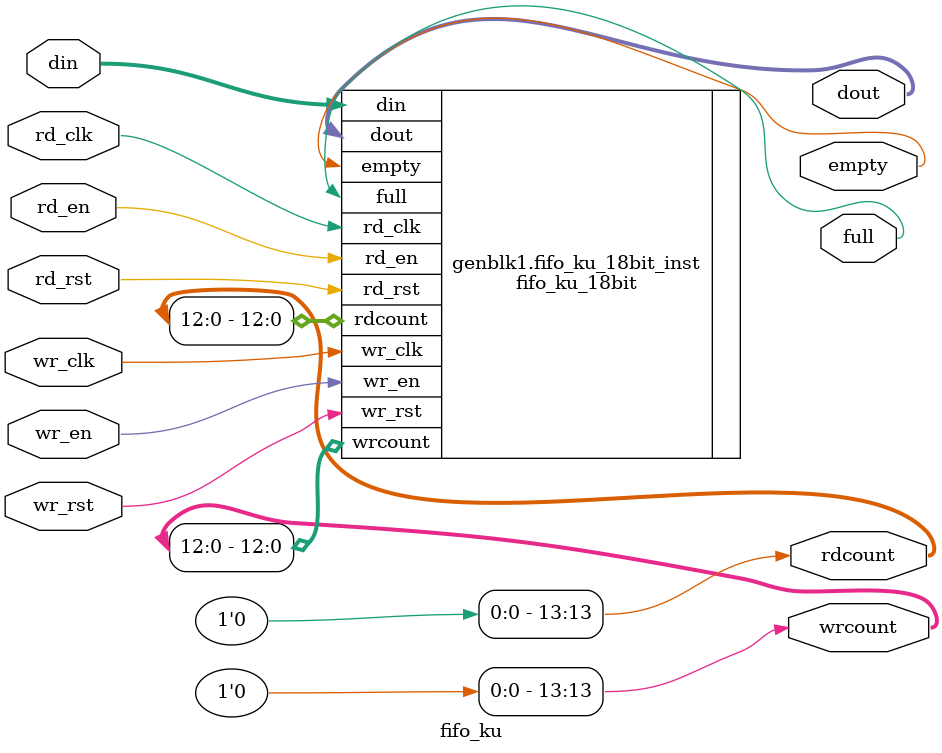
<source format=sv>
/**********************************************
_______________________________________ 
___________    Cook Darwin   __________    
_______________________________________
descript:
author : Cook.Darwin
Version: VERA.0.0
creaded: 2017/9/19 
madified:
***********************************************/
`timescale 1ns/1ps
module fifo_ku #(
    parameter DSIZE     = 18
)(
    input                    wr_clk,
    input                    wr_rst,
    input                    rd_clk,
    input                    rd_rst,
    input [DSIZE-1:0]        din   ,
    input                    wr_en ,
    input                    rd_en ,
    output logic[DSIZE-1:0]  dout  ,
    output logic             full  ,
    output logic             empty ,
    output logic[14-1:0]     rdcount,
    output logic[14-1:0]     wrcount
);

localparam  BIT72 = 64,
            BIT36 = 32;
genvar KK;

localparam N64   = DSIZE/BIT72;
localparam N64_1 = (N64==0)? 1 : N64;
localparam N32   = DSIZE/BIT36;
localparam D32   = DSIZE%BIT36 != 0;
localparam NP = N64*2 == N32;       // last user 18bit


logic [BIT72-1:0]      n64_din  [N64_1-1:0];
logic [BIT72-1:0]      n64_dout [N64_1-1:0];
logic               n64_empty[N64_1-1:0];
logic               n64_full [N64_1-1:0];
logic [14-1:0]      n64_rdcount [N64_1-1:0];
logic [14-1:0]      n64_wrcount [N64_1-1:0];

logic [BIT72-1:0]       l64_din  ;
logic [BIT72-1:0]       l64_dout ;
logic                   l64_empty;
logic                   l64_full ;
logic [14-1:0]          l64_rdcount;
logic [14-1:0]          l64_wrcount;

logic [BIT36-1:0]       l32_din  ;
logic [BIT36-1:0]       l32_dout ;
logic                   l32_empty;
logic                   l32_full ;
logic [13-1:0]          l32_rdcount;
logic [13-1:0]          l32_wrcount;


generate
if(DSIZE < BIT36)begin

fifo_ku_18bit #(
    .DSIZE  (DSIZE)
)fifo_ku_18bit_inst(
/*  input              */ .wr_clk   (wr_clk     ),
/*  input              */ .wr_rst   (wr_rst     ),
/*  input              */ .rd_clk   (rd_clk     ),
/*  input              */ .rd_rst   (rd_rst     ),
/*  input [DSIZE-1:0]  */ .din      (din        ),
/*  input              */ .wr_en    (wr_en      ),
/*  input              */ .rd_en    (rd_en      ),
/*  output [DSIZE-1:0] */ .dout     (dout       ),
/*  output             */ .full     (full       ),
/*  output             */ .empty    (empty      ),
/*  output [LSIZE-1:0] */ .rdcount  (rdcount[12:0]    ),
/*  output [LSIZE-1:0] */ .wrcount  (wrcount[12:0]    )
);
assign rdcount[13]  = 1'b0;
assign wrcount[13]  = 1'b0;
end else if(DSIZE < BIT72 )begin
fifo_ku_36bit #(
    .DSIZE  (DSIZE)
)fifo_ku_36bit_inst(
/*  input              */ .wr_clk   (wr_clk     ),
/*  input              */ .wr_rst   (wr_rst     ),
/*  input              */ .rd_clk   (rd_clk     ),
/*  input              */ .rd_rst   (rd_rst     ),
/*  input [DSIZE-1:0]  */ .din      (din        ),
/*  input              */ .wr_en    (wr_en      ),
/*  input              */ .rd_en    (rd_en      ),
/*  output [DSIZE-1:0] */ .dout     (dout       ),
/*  output             */ .full     (full       ),
/*  output             */ .empty    (empty      ),
/*  output [LSIZE-1:0] */ .rdcount  (rdcount[13:0]    ),
/*  output [LSIZE-1:0] */ .wrcount  (wrcount[13:0]    )
);
end else begin

for(KK=0;KK<N64;KK++)begin
fifo_ku_36bit #(
    .DSIZE  (BIT72)
)fifo_ku_36bit_inst(
/*  input              */ .wr_clk   (wr_clk     ),
/*  input              */ .wr_rst   (wr_rst     ),
/*  input              */ .rd_clk   (rd_clk     ),
/*  input              */ .rd_rst   (rd_rst     ),
/*  input [DSIZE-1:0]  */ .din      (n64_din[KK]        ),
/*  input              */ .wr_en    (wr_en      ),
/*  input              */ .rd_en    (rd_en      ),
/*  output [DSIZE-1:0] */ .dout     (n64_dout[KK]       ),
/*  output             */ .full     (n64_full[KK]       ),
/*  output             */ .empty    (n64_empty[KK]      ),
/*  output [LSIZE-1:0] */ .rdcount  (n64_rdcount[KK]    ),
/*  output [LSIZE-1:0] */ .wrcount  (n64_wrcount[KK]    )
);
// assign n64_din[KK]  = din[DSIZE-1-(N64_1-1-KK)*BIT72-:BIT72];
assign n64_din[KK]  = din[DSIZE-1-KK*BIT72-:BIT72];
end

assign rdcount  = n64_rdcount[0];
assign wrcount  = n64_wrcount[0];
assign full     = n64_full[0];
assign empty    = n64_empty[0];

if(DSIZE%BIT72 > BIT36)begin
fifo_ku_36bit #(
    .DSIZE  (DSIZE%BIT72)
)fifo_ku_36bit_inst(
/*  input              */ .wr_clk   (wr_clk             ),
/*  input              */ .wr_rst   (wr_rst             ),
/*  input              */ .rd_clk   (rd_clk             ),
/*  input              */ .rd_rst   (rd_rst             ),
/*  input [DSIZE-1:0]  */ .din      (l64_din            ),
/*  input              */ .wr_en    (wr_en              ),
/*  input              */ .rd_en    (rd_en              ),
/*  output [DSIZE-1:0] */ .dout     (l64_dout           ),
/*  output             */ .full     (l64_full           ),
/*  output             */ .empty    (l64_empty          ),
/*  output [LSIZE-1:0] */ .rdcount  (l64_rdcount        ),
/*  output [LSIZE-1:0] */ .wrcount  (l64_wrcount        )
);
assign l64_din  = din[DSIZE%BIT72-1:0];

end else if(DSIZE%BIT72 <= BIT36 && DSIZE%BIT72 != 0)begin
fifo_ku_18bit #(
    .DSIZE  (DSIZE%BIT72)
)fifo_ku_18bit_inst(
/*  input              */ .wr_clk   (wr_clk             ),
/*  input              */ .wr_rst   (wr_rst             ),
/*  input              */ .rd_clk   (rd_clk             ),
/*  input              */ .rd_rst   (rd_rst             ),
/*  input [DSIZE-1:0]  */ .din      (l32_din            ),
/*  input              */ .wr_en    (wr_en              ),
/*  input              */ .rd_en    (rd_en              ),
/*  output [DSIZE-1:0] */ .dout     (l32_dout           ),
/*  output             */ .full     (l32_full           ),
/*  output             */ .empty    (l32_empty          ),
/*  output [LSIZE-1:0] */ .rdcount  (l32_rdcount        ),
/*  output [LSIZE-1:0] */ .wrcount  (l32_wrcount        )
);
assign l32_din = din[DSIZE%BIT72-1:0];
end

end
endgenerate

int CC;

generate
if(DSIZE>BIT72)begin
    if(DSIZE%BIT72 > BIT36)begin
        always@(*) begin
            // foreach(n64_dout[i])begin
            for(CC=0;CC<N64_1;CC++)begin
                dout[DSIZE-1-CC*BIT72-:BIT72]  = n64_dout[CC];
            end
            if(DSIZE%BIT72 > BIT36)begin
                dout[DSIZE%BIT72-1:0] = l64_dout;
            end if(DSIZE%BIT72 <= BIT36 && DSIZE%BIT72 != 0)begin
                ;
            end
        end
        // assign dout = {{>>{n64_dout}},l64_dout[DSIZE%BIT72-1:0]};
    end else if(DSIZE%BIT72 <= BIT36 && DSIZE%BIT72 != 0) begin
        always@(*) begin
            // foreach(n64_dout[i])begin
            for(CC=0;CC<N64_1;CC++)begin
                dout[DSIZE-1-CC*BIT72-:BIT72]  = n64_dout[CC];
            end
            if(DSIZE%BIT72 > BIT36)begin
                ;
            end if(DSIZE%BIT72 <= BIT36 && DSIZE%BIT72 != 0)begin
                dout[DSIZE%BIT72-1:0] = l32_dout;
            end
        end
        // assign dout = {{>>{n64_dout}},l32_dout[DSIZE%BIT72-1:0]};
    end else begin
        always@(*)begin
            for(CC=0;CC<N64_1;CC++)begin
                dout[DSIZE-1-CC*BIT72-:BIT72]  = n64_dout[CC];
            end
        end
        // assign dout = {>>{n64_dout}};
    end
end
endgenerate


endmodule

</source>
